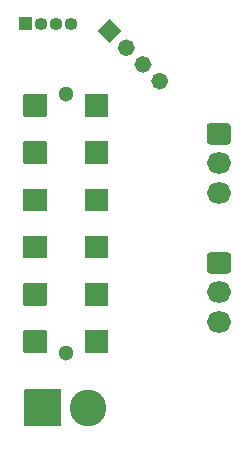
<source format=gbs>
G04 #@! TF.GenerationSoftware,KiCad,Pcbnew,(5.1.10)-1*
G04 #@! TF.CreationDate,2021-05-29T17:35:04+08:00*
G04 #@! TF.ProjectId,tiny_V1.0,74696e79-5f56-4312-9e30-2e6b69636164,rev?*
G04 #@! TF.SameCoordinates,Original*
G04 #@! TF.FileFunction,Soldermask,Bot*
G04 #@! TF.FilePolarity,Negative*
%FSLAX46Y46*%
G04 Gerber Fmt 4.6, Leading zero omitted, Abs format (unit mm)*
G04 Created by KiCad (PCBNEW (5.1.10)-1) date 2021-05-29 17:35:04*
%MOMM*%
%LPD*%
G01*
G04 APERTURE LIST*
%ADD10O,2.050000X1.800000*%
%ADD11C,3.100000*%
%ADD12C,1.300000*%
%ADD13O,1.100000X1.100000*%
G04 APERTURE END LIST*
D10*
X12976640Y-8342680D03*
X12976640Y-5842680D03*
G36*
G01*
X12216345Y-2442680D02*
X13736935Y-2442680D01*
G75*
G02*
X14001640Y-2707385I0J-264705D01*
G01*
X14001640Y-3977975D01*
G75*
G02*
X13736935Y-4242680I-264705J0D01*
G01*
X12216345Y-4242680D01*
G75*
G02*
X11951640Y-3977975I0J264705D01*
G01*
X11951640Y-2707385D01*
G75*
G02*
X12216345Y-2442680I264705J0D01*
G01*
G37*
X12953780Y2586940D03*
X12953780Y5086940D03*
G36*
G01*
X12193485Y8486940D02*
X13714075Y8486940D01*
G75*
G02*
X13978780Y8222235I0J-264705D01*
G01*
X13978780Y6951645D01*
G75*
G02*
X13714075Y6686940I-264705J0D01*
G01*
X12193485Y6686940D01*
G75*
G02*
X11928780Y6951645I0J264705D01*
G01*
X11928780Y8222235D01*
G75*
G02*
X12193485Y8486940I264705J0D01*
G01*
G37*
D11*
X1916360Y-15582940D03*
G36*
G01*
X-3513640Y-17082940D02*
X-3513640Y-14082940D01*
G75*
G02*
X-3463640Y-14032940I50000J0D01*
G01*
X-463640Y-14032940D01*
G75*
G02*
X-413640Y-14082940I0J-50000D01*
G01*
X-413640Y-17082940D01*
G75*
G02*
X-463640Y-17132940I-50000J0D01*
G01*
X-3463640Y-17132940D01*
G75*
G02*
X-3513640Y-17082940I0J50000D01*
G01*
G37*
D12*
X0Y-11000000D03*
X0Y11000000D03*
G36*
G01*
X-3540000Y2950000D02*
X-1640000Y2950000D01*
G75*
G02*
X-1590000Y2900000I0J-50000D01*
G01*
X-1590000Y1100000D01*
G75*
G02*
X-1640000Y1050000I-50000J0D01*
G01*
X-3540000Y1050000D01*
G75*
G02*
X-3590000Y1100000I0J50000D01*
G01*
X-3590000Y2900000D01*
G75*
G02*
X-3540000Y2950000I50000J0D01*
G01*
G37*
G36*
G01*
X-3540000Y6950000D02*
X-1640000Y6950000D01*
G75*
G02*
X-1590000Y6900000I0J-50000D01*
G01*
X-1590000Y5100000D01*
G75*
G02*
X-1640000Y5050000I-50000J0D01*
G01*
X-3540000Y5050000D01*
G75*
G02*
X-3590000Y5100000I0J50000D01*
G01*
X-3590000Y6900000D01*
G75*
G02*
X-3540000Y6950000I50000J0D01*
G01*
G37*
G36*
G01*
X-3540000Y10950000D02*
X-1640000Y10950000D01*
G75*
G02*
X-1590000Y10900000I0J-50000D01*
G01*
X-1590000Y9100000D01*
G75*
G02*
X-1640000Y9050000I-50000J0D01*
G01*
X-3540000Y9050000D01*
G75*
G02*
X-3590000Y9100000I0J50000D01*
G01*
X-3590000Y10900000D01*
G75*
G02*
X-3540000Y10950000I50000J0D01*
G01*
G37*
G36*
G01*
X-3540000Y-5050000D02*
X-1640000Y-5050000D01*
G75*
G02*
X-1590000Y-5100000I0J-50000D01*
G01*
X-1590000Y-6900000D01*
G75*
G02*
X-1640000Y-6950000I-50000J0D01*
G01*
X-3540000Y-6950000D01*
G75*
G02*
X-3590000Y-6900000I0J50000D01*
G01*
X-3590000Y-5100000D01*
G75*
G02*
X-3540000Y-5050000I50000J0D01*
G01*
G37*
G36*
G01*
X-3540000Y-9050000D02*
X-1640000Y-9050000D01*
G75*
G02*
X-1590000Y-9100000I0J-50000D01*
G01*
X-1590000Y-10900000D01*
G75*
G02*
X-1640000Y-10950000I-50000J0D01*
G01*
X-3540000Y-10950000D01*
G75*
G02*
X-3590000Y-10900000I0J50000D01*
G01*
X-3590000Y-9100000D01*
G75*
G02*
X-3540000Y-9050000I50000J0D01*
G01*
G37*
G36*
G01*
X-3540000Y-1050000D02*
X-1640000Y-1050000D01*
G75*
G02*
X-1590000Y-1100000I0J-50000D01*
G01*
X-1590000Y-2900000D01*
G75*
G02*
X-1640000Y-2950000I-50000J0D01*
G01*
X-3540000Y-2950000D01*
G75*
G02*
X-3590000Y-2900000I0J50000D01*
G01*
X-3590000Y-1100000D01*
G75*
G02*
X-3540000Y-1050000I50000J0D01*
G01*
G37*
G36*
G01*
X1640000Y-9050000D02*
X3540000Y-9050000D01*
G75*
G02*
X3590000Y-9100000I0J-50000D01*
G01*
X3590000Y-10900000D01*
G75*
G02*
X3540000Y-10950000I-50000J0D01*
G01*
X1640000Y-10950000D01*
G75*
G02*
X1590000Y-10900000I0J50000D01*
G01*
X1590000Y-9100000D01*
G75*
G02*
X1640000Y-9050000I50000J0D01*
G01*
G37*
G36*
G01*
X1640000Y-5050000D02*
X3540000Y-5050000D01*
G75*
G02*
X3590000Y-5100000I0J-50000D01*
G01*
X3590000Y-6900000D01*
G75*
G02*
X3540000Y-6950000I-50000J0D01*
G01*
X1640000Y-6950000D01*
G75*
G02*
X1590000Y-6900000I0J50000D01*
G01*
X1590000Y-5100000D01*
G75*
G02*
X1640000Y-5050000I50000J0D01*
G01*
G37*
G36*
G01*
X1640000Y-1050000D02*
X3540000Y-1050000D01*
G75*
G02*
X3590000Y-1100000I0J-50000D01*
G01*
X3590000Y-2900000D01*
G75*
G02*
X3540000Y-2950000I-50000J0D01*
G01*
X1640000Y-2950000D01*
G75*
G02*
X1590000Y-2900000I0J50000D01*
G01*
X1590000Y-1100000D01*
G75*
G02*
X1640000Y-1050000I50000J0D01*
G01*
G37*
G36*
G01*
X1640000Y10950000D02*
X3540000Y10950000D01*
G75*
G02*
X3590000Y10900000I0J-50000D01*
G01*
X3590000Y9100000D01*
G75*
G02*
X3540000Y9050000I-50000J0D01*
G01*
X1640000Y9050000D01*
G75*
G02*
X1590000Y9100000I0J50000D01*
G01*
X1590000Y10900000D01*
G75*
G02*
X1640000Y10950000I50000J0D01*
G01*
G37*
G36*
G01*
X1640000Y6950000D02*
X3540000Y6950000D01*
G75*
G02*
X3590000Y6900000I0J-50000D01*
G01*
X3590000Y5100000D01*
G75*
G02*
X3540000Y5050000I-50000J0D01*
G01*
X1640000Y5050000D01*
G75*
G02*
X1590000Y5100000I0J50000D01*
G01*
X1590000Y6900000D01*
G75*
G02*
X1640000Y6950000I50000J0D01*
G01*
G37*
G36*
G01*
X1640000Y2950000D02*
X3540000Y2950000D01*
G75*
G02*
X3590000Y2900000I0J-50000D01*
G01*
X3590000Y1100000D01*
G75*
G02*
X3540000Y1050000I-50000J0D01*
G01*
X1640000Y1050000D01*
G75*
G02*
X1590000Y1100000I0J50000D01*
G01*
X1590000Y2900000D01*
G75*
G02*
X1640000Y2950000I50000J0D01*
G01*
G37*
D13*
X423960Y16923980D03*
X-846040Y16923980D03*
X-2116040Y16923980D03*
G36*
G01*
X-2886040Y16373980D02*
X-3886040Y16373980D01*
G75*
G02*
X-3936040Y16423980I0J50000D01*
G01*
X-3936040Y17423980D01*
G75*
G02*
X-3886040Y17473980I50000J0D01*
G01*
X-2886040Y17473980D01*
G75*
G02*
X-2836040Y17423980I0J-50000D01*
G01*
X-2836040Y16423980D01*
G75*
G02*
X-2886040Y16373980I-50000J0D01*
G01*
G37*
G36*
G01*
X7440709Y11538767D02*
X7440709Y11538767D01*
G75*
G02*
X7440709Y12564071I512652J512652D01*
G01*
X7440709Y12564071D01*
G75*
G02*
X8466013Y12564071I512652J-512652D01*
G01*
X8466013Y12564071D01*
G75*
G02*
X8466013Y11538767I-512652J-512652D01*
G01*
X8466013Y11538767D01*
G75*
G02*
X7440709Y11538767I-512652J512652D01*
G01*
G37*
G36*
G01*
X6026495Y12952981D02*
X6026495Y12952981D01*
G75*
G02*
X6026495Y13978285I512652J512652D01*
G01*
X6026495Y13978285D01*
G75*
G02*
X7051799Y13978285I512652J-512652D01*
G01*
X7051799Y13978285D01*
G75*
G02*
X7051799Y12952981I-512652J-512652D01*
G01*
X7051799Y12952981D01*
G75*
G02*
X6026495Y12952981I-512652J512652D01*
G01*
G37*
G36*
G01*
X4612282Y14367194D02*
X4612282Y14367194D01*
G75*
G02*
X4612282Y15392498I512652J512652D01*
G01*
X4612282Y15392498D01*
G75*
G02*
X5637586Y15392498I512652J-512652D01*
G01*
X5637586Y15392498D01*
G75*
G02*
X5637586Y14367194I-512652J-512652D01*
G01*
X5637586Y14367194D01*
G75*
G02*
X4612282Y14367194I-512652J512652D01*
G01*
G37*
G36*
G01*
X3675365Y15304111D02*
X2720771Y16258705D01*
G75*
G02*
X2720771Y16329415I35355J35355D01*
G01*
X3675365Y17284009D01*
G75*
G02*
X3746075Y17284009I35355J-35355D01*
G01*
X4700669Y16329415D01*
G75*
G02*
X4700669Y16258705I-35355J-35355D01*
G01*
X3746075Y15304111D01*
G75*
G02*
X3675365Y15304111I-35355J35355D01*
G01*
G37*
M02*

</source>
